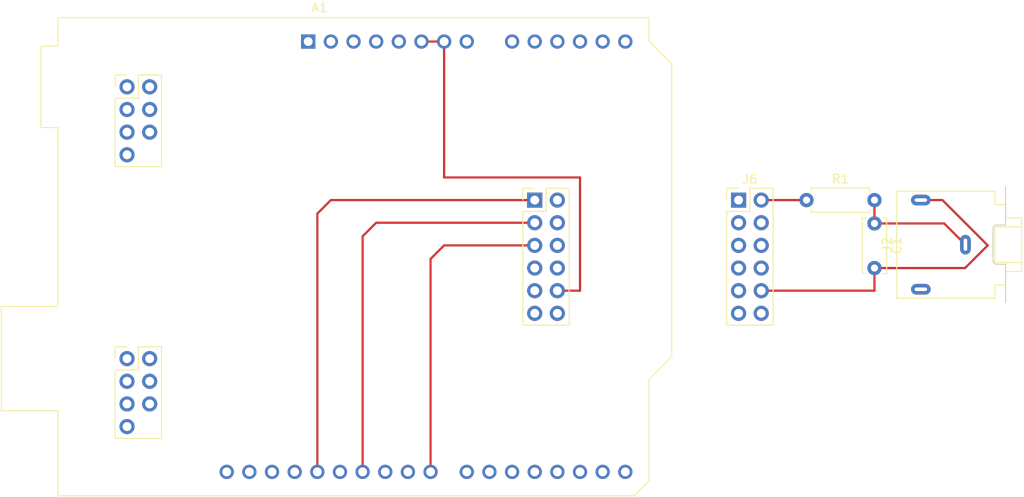
<source format=kicad_pcb>
(kicad_pcb (version 20221018) (generator pcbnew)
  (layers (0 "F.Cu" signal) (31 "B.Cu" signal) (34 "B.Paste" user) (35 "F.Paste" user) (36 "B.SilkS" user "B.Silkscreen") (37 "F.SilkS" user "F.Silkscreen") (38 "B.Mask" user) (39 "F.Mask" user) (44 "Edge.Cuts" user))
  (net 0 "")
  (net 4 "VCC")
  (net 6 "GND")
  (net 8 "GP_P2_UP")
  (net 9 "GP_P2_DOWN")
  (net 10 "GP_P2_LEFT")
  (net 11 "GP_P2_RIGHT")
  (net 12 "GP_P2_BUT_1")
  (net 13 "GP_P2_BUT_2")
  (net 16 "GP_P1_UP")
  (net 17 "GP_P1_DOWN")
  (net 18 "GP_P1_LEFT")
  (net 19 "GP_P1_RIGHT")
  (net 20 "GP_P1_BUT_1")
  (net 21 "GP_P1_BUT_2")
  (net 22 "PPU_VRAM_WEN")
  (net 25 "SPI_MOSI")
  (net 27 "SPI_CLK")
  (net 31 "Net-(C1-Pad1)")
  (net 45 "Net-(J6-Pin_7)")
  (footprint "Connector_PinHeader_2.54mm:PinHeader_2x06_P2.54mm_Vertical" (layer "F.Cu") (at 76.2 35.56)
    (fp_text reference "J1" hide)
    (fp_text value "BASYS_JA")
    (fp_line (start -1.33 -1.33) (end 0 -1.33) (stroke (width 0.12)) (layer "F.SilkS"))
    (fp_line (start -1.33 0) (end -1.33 -1.33) (stroke (width 0.12)) (layer "F.SilkS"))
    (fp_line (start -1.33 1.27) (end -1.33 14.03) (stroke (width 0.12)) (layer "F.SilkS"))
    (fp_line (start -1.33 1.27) (end 1.27 1.27) (stroke (width 0.12)) (layer "F.SilkS"))
    (fp_line (start -1.33 14.03) (end 3.87 14.03) (stroke (width 0.12)) (layer "F.SilkS"))
    (fp_line (start 1.27 -1.33) (end 3.87 -1.33) (stroke (width 0.12)) (layer "F.SilkS"))
    (fp_line (start 1.27 1.27) (end 1.27 -1.33) (stroke (width 0.12)) (layer "F.SilkS"))
    (fp_line (start 3.87 -1.33) (end 3.87 14.03) (stroke (width 0.12)) (layer "F.SilkS"))
    (pad "1" thru_hole rect (at 0 0) (size 1.7 1.7) (drill 1) (layers "*.Cu" "*.Mask") (net 27 "SPI_CLK"))
    (pad "2" thru_hole oval (at 0 2.54) (size 1.7 1.7) (drill 1) (layers "*.Cu" "*.Mask") (net 25 "SPI_MOSI"))
    (pad "3" thru_hole oval (at 0 5.08) (size 1.7 1.7) (drill 1) (layers "*.Cu" "*.Mask") (net 22 "PPU_VRAM_WEN"))
    (pad "4" thru_hole oval (at 0 7.62) (size 1.7 1.7) (drill 1) (layers "*.Cu" "*.Mask"))
    (pad "5" thru_hole oval (at 0 10.16) (size 1.7 1.7) (drill 1) (layers "*.Cu" "*.Mask"))
    (pad "6" thru_hole oval (at 0 12.7) (size 1.7 1.7) (drill 1) (layers "*.Cu" "*.Mask"))
    (pad "7" thru_hole oval (at 2.54 0) (size 1.7 1.7) (drill 1) (layers "*.Cu" "*.Mask"))
    (pad "8" thru_hole oval (at 2.54 2.54) (size 1.7 1.7) (drill 1) (layers "*.Cu" "*.Mask"))
    (pad "9" thru_hole oval (at 2.54 5.08) (size 1.7 1.7) (drill 1) (layers "*.Cu" "*.Mask"))
    (pad "10" thru_hole oval (at 2.54 7.62) (size 1.7 1.7) (drill 1) (layers "*.Cu" "*.Mask"))
    (pad "11" thru_hole oval (at 2.54 10.16) (size 1.7 1.7) (drill 1) (layers "*.Cu" "*.Mask") (net 6 "GND"))
    (pad "12" thru_hole oval (at 2.54 12.7) (size 1.7 1.7) (drill 1) (layers "*.Cu" "*.Mask"))
  )
  (footprint "Module:Arduino_UNO_R3" (layer "F.Cu") (at 50.8 17.78)
    (fp_text reference "A1" (at 1.27 -3.81 180) (layer "F.SilkS"))
    (fp_text value "STM32F091RC" hide)
    (fp_line (start -34.42 29.72) (end -34.42 41.4) (stroke (width 0.12)) (layer "F.SilkS"))
    (fp_line (start -34.42 41.4) (end -28.07 41.4) (stroke (width 0.12)) (layer "F.SilkS"))
    (fp_line (start -29.97 0.51) (end -29.97 9.65) (stroke (width 0.12)) (layer "F.SilkS"))
    (fp_line (start -29.97 9.65) (end -28.07 9.65) (stroke (width 0.12)) (layer "F.SilkS"))
    (fp_line (start -28.07 -2.67) (end -28.07 0.51) (stroke (width 0.12)) (layer "F.SilkS"))
    (fp_line (start -28.07 0.51) (end -29.97 0.51) (stroke (width 0.12)) (layer "F.SilkS"))
    (fp_line (start -28.07 9.65) (end -28.07 29.72) (stroke (width 0.12)) (layer "F.SilkS"))
    (fp_line (start -28.07 29.72) (end -34.42 29.72) (stroke (width 0.12)) (layer "F.SilkS"))
    (fp_line (start -28.07 41.4) (end -28.07 50.93) (stroke (width 0.12)) (layer "F.SilkS"))
    (fp_line (start -28.07 50.93) (end 36.58 50.93) (stroke (width 0.12)) (layer "F.SilkS"))
    (fp_line (start 36.58 50.93) (end 38.23 49.28) (stroke (width 0.12)) (layer "F.SilkS"))
    (fp_line (start 38.23 -2.67) (end -28.07 -2.67) (stroke (width 0.12)) (layer "F.SilkS"))
    (fp_line (start 38.23 0) (end 38.23 -2.67) (stroke (width 0.12)) (layer "F.SilkS"))
    (fp_line (start 38.23 37.85) (end 40.77 35.31) (stroke (width 0.12)) (layer "F.SilkS"))
    (fp_line (start 38.23 49.28) (end 38.23 37.85) (stroke (width 0.12)) (layer "F.SilkS"))
    (fp_line (start 40.77 2.54) (end 38.23 0) (stroke (width 0.12)) (layer "F.SilkS"))
    (fp_line (start 40.77 35.31) (end 40.77 2.54) (stroke (width 0.12)) (layer "F.SilkS"))
    (pad "1" thru_hole rect (at 0 0 90) (size 1.6 1.6) (drill 1) (layers "*.Cu" "*.Mask"))
    (pad "2" thru_hole oval (at 2.54 0 90) (size 1.6 1.6) (drill 1) (layers "*.Cu" "*.Mask"))
    (pad "3" thru_hole oval (at 5.08 0 90) (size 1.6 1.6) (drill 1) (layers "*.Cu" "*.Mask"))
    (pad "4" thru_hole oval (at 7.62 0 90) (size 1.6 1.6) (drill 1) (layers "*.Cu" "*.Mask") (net 4 "VCC"))
    (pad "5" thru_hole oval (at 10.16 0 90) (size 1.6 1.6) (drill 1) (layers "*.Cu" "*.Mask"))
    (pad "6" thru_hole oval (at 12.7 0 90) (size 1.6 1.6) (drill 1) (layers "*.Cu" "*.Mask") (net 6 "GND"))
    (pad "7" thru_hole oval (at 15.24 0 90) (size 1.6 1.6) (drill 1) (layers "*.Cu" "*.Mask") (net 6 "GND"))
    (pad "8" thru_hole oval (at 17.78 0 90) (size 1.6 1.6) (drill 1) (layers "*.Cu" "*.Mask"))
    (pad "9" thru_hole oval (at 22.86 0 90) (size 1.6 1.6) (drill 1) (layers "*.Cu" "*.Mask") (net 8 "GP_P2_UP"))
    (pad "10" thru_hole oval (at 25.4 0 90) (size 1.6 1.6) (drill 1) (layers "*.Cu" "*.Mask") (net 9 "GP_P2_DOWN"))
    (pad "11" thru_hole oval (at 27.94 0 90) (size 1.6 1.6) (drill 1) (layers "*.Cu" "*.Mask") (net 10 "GP_P2_LEFT"))
    (pad "12" thru_hole oval (at 30.48 0 90) (size 1.6 1.6) (drill 1) (layers "*.Cu" "*.Mask") (net 11 "GP_P2_RIGHT"))
    (pad "13" thru_hole oval (at 33.02 0 90) (size 1.6 1.6) (drill 1) (layers "*.Cu" "*.Mask") (net 12 "GP_P2_BUT_1"))
    (pad "14" thru_hole oval (at 35.56 0 90) (size 1.6 1.6) (drill 1) (layers "*.Cu" "*.Mask") (net 13 "GP_P2_BUT_2"))
    (pad "15" thru_hole oval (at 35.56 48.26 90) (size 1.6 1.6) (drill 1) (layers "*.Cu" "*.Mask"))
    (pad "16" thru_hole oval (at 33.02 48.26 90) (size 1.6 1.6) (drill 1) (layers "*.Cu" "*.Mask"))
    (pad "17" thru_hole oval (at 30.48 48.26 90) (size 1.6 1.6) (drill 1) (layers "*.Cu" "*.Mask") (net 16 "GP_P1_UP"))
    (pad "18" thru_hole oval (at 27.94 48.26 90) (size 1.6 1.6) (drill 1) (layers "*.Cu" "*.Mask") (net 17 "GP_P1_DOWN"))
    (pad "19" thru_hole oval (at 25.4 48.26 90) (size 1.6 1.6) (drill 1) (layers "*.Cu" "*.Mask") (net 18 "GP_P1_LEFT"))
    (pad "20" thru_hole oval (at 22.86 48.26 90) (size 1.6 1.6) (drill 1) (layers "*.Cu" "*.Mask") (net 19 "GP_P1_RIGHT"))
    (pad "21" thru_hole oval (at 20.32 48.26 90) (size 1.6 1.6) (drill 1) (layers "*.Cu" "*.Mask") (net 20 "GP_P1_BUT_1"))
    (pad "22" thru_hole oval (at 17.78 48.26 90) (size 1.6 1.6) (drill 1) (layers "*.Cu" "*.Mask") (net 21 "GP_P1_BUT_2"))
    (pad "23" thru_hole oval (at 13.72 48.26 90) (size 1.6 1.6) (drill 1) (layers "*.Cu" "*.Mask") (net 22 "PPU_VRAM_WEN"))
    (pad "24" thru_hole oval (at 11.18 48.26 90) (size 1.6 1.6) (drill 1) (layers "*.Cu" "*.Mask"))
    (pad "25" thru_hole oval (at 8.64 48.26 90) (size 1.6 1.6) (drill 1) (layers "*.Cu" "*.Mask"))
    (pad "26" thru_hole oval (at 6.1 48.26 90) (size 1.6 1.6) (drill 1) (layers "*.Cu" "*.Mask") (net 25 "SPI_MOSI"))
    (pad "27" thru_hole oval (at 3.56 48.26 90) (size 1.6 1.6) (drill 1) (layers "*.Cu" "*.Mask"))
    (pad "28" thru_hole oval (at 1.02 48.26 90) (size 1.6 1.6) (drill 1) (layers "*.Cu" "*.Mask") (net 27 "SPI_CLK"))
    (pad "29" thru_hole oval (at -1.52 48.26 90) (size 1.6 1.6) (drill 1) (layers "*.Cu" "*.Mask") (net 6 "GND"))
    (pad "30" thru_hole oval (at -4.06 48.26 90) (size 1.6 1.6) (drill 1) (layers "*.Cu" "*.Mask"))
    (pad "31" thru_hole oval (at -6.6 48.26 90) (size 1.6 1.6) (drill 1) (layers "*.Cu" "*.Mask"))
    (pad "32" thru_hole oval (at -9.14 48.26 90) (size 1.6 1.6) (drill 1) (layers "*.Cu" "*.Mask"))
  )
  (footprint "Connector_PinHeader_2.54mm:PinHeader_2x04_P2.54mm_Vertical" (layer "F.Cu") (at 30.48 22.86)
    (fp_text reference "J8" hide)
    (fp_text value "GAMEPAD_2")
    (fp_line (start -1.33 -1.33) (end 0 -1.33) (stroke (width 0.12)) (layer "F.SilkS"))
    (fp_line (start -1.33 0) (end -1.33 -1.33) (stroke (width 0.12)) (layer "F.SilkS"))
    (fp_line (start -1.33 1.27) (end -1.33 8.95) (stroke (width 0.12)) (layer "F.SilkS"))
    (fp_line (start -1.33 1.27) (end 1.27 1.27) (stroke (width 0.12)) (layer "F.SilkS"))
    (fp_line (start -1.33 8.95) (end 3.87 8.95) (stroke (width 0.12)) (layer "F.SilkS"))
    (fp_line (start 1.27 -1.33) (end 3.87 -1.33) (stroke (width 0.12)) (layer "F.SilkS"))
    (fp_line (start 1.27 1.27) (end 1.27 -1.33) (stroke (width 0.12)) (layer "F.SilkS"))
    (fp_line (start 3.87 -1.33) (end 3.87 8.95) (stroke (width 0.12)) (layer "F.SilkS"))
    (pad "1" thru_hole circle (at 0 0) (size 1.7 1.7) (drill 1) (layers "*.Cu" "*.Mask") (net 8 "GP_P2_UP"))
    (pad "2" thru_hole oval (at 0 2.54) (size 1.7 1.7) (drill 1) (layers "*.Cu" "*.Mask") (net 9 "GP_P2_DOWN"))
    (pad "3" thru_hole oval (at 0 5.08) (size 1.7 1.7) (drill 1) (layers "*.Cu" "*.Mask") (net 10 "GP_P2_LEFT"))
    (pad "4" thru_hole oval (at 0 7.62) (size 1.7 1.7) (drill 1) (layers "*.Cu" "*.Mask") (net 4 "VCC"))
    (pad "5" thru_hole oval (at 2.54 0) (size 1.7 1.7) (drill 1) (layers "*.Cu" "*.Mask") (net 11 "GP_P2_RIGHT"))
    (pad "6" thru_hole oval (at 2.54 2.54) (size 1.7 1.7) (drill 1) (layers "*.Cu" "*.Mask") (net 12 "GP_P2_BUT_1"))
    (pad "7" thru_hole oval (at 2.54 5.08) (size 1.7 1.7) (drill 1) (layers "*.Cu" "*.Mask") (net 13 "GP_P2_BUT_2"))
  )
  (footprint "Connector_Audio:Jack_3.5mm_CUI_SJ1-3523N_Horizontal" (layer "F.Cu") (at 124.5 40.56 90)
    (fp_text reference "J2" (at 0 -8.8 90) (layer "F.SilkS"))
    (fp_text value "AudioJack2")
    (fp_line (start -6 -7.7) (end 6 -7.7) (stroke (width 0.12)) (layer "F.SilkS"))
    (fp_line (start -6 3.3) (end -6 -7.7) (stroke (width 0.12)) (layer "F.SilkS"))
    (fp_line (start -4.5 3.3) (end -6 3.3) (stroke (width 0.12)) (layer "F.SilkS"))
    (fp_line (start -4.5 4.5) (end -4.5 3.3) (stroke (width 0.12)) (layer "F.SilkS"))
    (fp_line (start -3 4.5) (end -4.5 4.5) (stroke (width 0.12)) (layer "F.SilkS"))
    (fp_line (start -3 6.3) (end -3 4.5) (stroke (width 0.12)) (layer "F.SilkS"))
    (fp_line (start -2 3.3) (end -2 6.3) (stroke (width 0.12)) (layer "F.SilkS"))
    (fp_line (start 2 3.3) (end -2 3.3) (stroke (width 0.12)) (layer "F.SilkS"))
    (fp_line (start 2 6.3) (end 2 3.3) (stroke (width 0.12)) (layer "F.SilkS"))
    (fp_line (start 3 4.5) (end 3 6.3) (stroke (width 0.12)) (layer "F.SilkS"))
    (fp_line (start 3 6.3) (end -3 6.3) (stroke (width 0.12)) (layer "F.SilkS"))
    (fp_line (start 4.5 3.3) (end 4.5 4.5) (stroke (width 0.12)) (layer "F.SilkS"))
    (fp_line (start 4.5 4.5) (end 3 4.5) (stroke (width 0.12)) (layer "F.SilkS"))
    (fp_line (start 6 -7.7) (end 6 3.3) (stroke (width 0.12)) (layer "F.SilkS"))
    (fp_line (start 6 3.3) (end 4.5 3.3) (stroke (width 0.12)) (layer "F.SilkS"))
    (fp_line (start -2.2 3.5) (end -2.2 4.5) (stroke (width 0.12)) (layer "Edge.Cuts"))
    (fp_line (start -2.2 4.5) (end -6.5 4.5) (stroke (width 0.12)) (layer "Edge.Cuts"))
    (fp_line (start 1.8 3.1) (end -1.8 3.1) (stroke (width 0.12)) (layer "Edge.Cuts"))
    (fp_line (start 2.2 3.5) (end 2.2 4.5) (stroke (width 0.12)) (layer "Edge.Cuts"))
    (fp_line (start 2.2 4.5) (end 6.5 4.5) (stroke (width 0.12)) (layer "Edge.Cuts"))
    (fp_arc (start -2.2 3.5) (mid -2.082842 3.217158) (end -1.8 3.1) (stroke (width 0.12)) (layer "Edge.Cuts"))
    (fp_arc (start 1.8 3.1) (mid 2.082843 3.217157) (end 2.2 3.5) (stroke (width 0.12)) (layer "Edge.Cuts"))
    (pad "" np_thru_hole circle (at -5 0 90) (size 1.2 1.2) (drill 1.2) (layers "*.Cu"))
    (pad "" np_thru_hole circle (at -5 2.5 90) (size 1.2 1.2) (drill 1.2) (layers "*.Cu"))
    (pad "" np_thru_hole circle (at 0 -5 90) (size 1.2 1.2) (drill 1.2) (layers "*.Cu"))
    (pad "" np_thru_hole circle (at 5 0 90) (size 1.2 1.2) (drill 1.2) (layers "*.Cu"))
    (pad "" np_thru_hole circle (at 5 2.5 90) (size 1.2 1.2) (drill 1.2) (layers "*.Cu"))
    (pad "R" thru_hole oval (at -5 -5 90) (size 1.2 2.2) (drill oval 0.4 1.4) (layers "*.Cu" "*.Mask"))
    (pad "S" thru_hole oval (at 0 0 90) (size 2.2 1.2) (drill oval 1.4 0.4) (layers "*.Cu" "*.Mask") (net 31 "Net-(C1-Pad1)"))
    (pad "T" thru_hole oval (at 5 -5 270) (size 1.2 2.2) (drill oval 0.4 1.4) (layers "*.Cu" "*.Mask") (net 6 "GND"))
  )
  (footprint "Resistor_THT:R_Axial_DIN0207_L6.3mm_D2.5mm_P7.62mm_Horizontal" (layer "F.Cu") (at 106.68 35.56)
    (fp_text reference "R1" (at 3.81 -2.37) (layer "F.SilkS"))
    (fp_text value "R")
    (fp_line (start 0.54 -1.37) (end 7.08 -1.37) (stroke (width 0.12)) (layer "F.SilkS"))
    (fp_line (start 0.54 -1.04) (end 0.54 -1.37) (stroke (width 0.12)) (layer "F.SilkS"))
    (fp_line (start 0.54 1.04) (end 0.54 1.37) (stroke (width 0.12)) (layer "F.SilkS"))
    (fp_line (start 0.54 1.37) (end 7.08 1.37) (stroke (width 0.12)) (layer "F.SilkS"))
    (fp_line (start 7.08 -1.37) (end 7.08 -1.04) (stroke (width 0.12)) (layer "F.SilkS"))
    (fp_line (start 7.08 1.37) (end 7.08 1.04) (stroke (width 0.12)) (layer "F.SilkS"))
    (pad "1" thru_hole circle (at 0 0) (size 1.6 1.6) (drill 0.8) (layers "*.Cu" "*.Mask") (net 45 "Net-(J6-Pin_7)"))
    (pad "2" thru_hole oval (at 7.62 0) (size 1.6 1.6) (drill 0.8) (layers "*.Cu" "*.Mask") (net 31 "Net-(C1-Pad1)"))
  )
  (footprint "Capacitor_THT:C_Disc_D6.0mm_W2.5mm_P5.00mm" (layer "F.Cu") (at 114.3 38.18 -90)
    (fp_text reference "C1" (at 2.5 -2.5 90) (layer "F.SilkS"))
    (fp_text value "C")
    (fp_line (start -0.62 -1.37) (end -0.62 -0.925) (stroke (width 0.12)) (layer "F.SilkS"))
    (fp_line (start -0.62 -1.37) (end 5.62 -1.37) (stroke (width 0.12)) (layer "F.SilkS"))
    (fp_line (start -0.62 0.925) (end -0.62 1.37) (stroke (width 0.12)) (layer "F.SilkS"))
    (fp_line (start -0.62 1.37) (end 5.62 1.37) (stroke (width 0.12)) (layer "F.SilkS"))
    (fp_line (start 5.62 -1.37) (end 5.62 -0.925) (stroke (width 0.12)) (layer "F.SilkS"))
    (fp_line (start 5.62 0.925) (end 5.62 1.37) (stroke (width 0.12)) (layer "F.SilkS"))
    (pad "1" thru_hole circle (at 0 0 270) (size 1.6 1.6) (drill 0.8) (layers "*.Cu" "*.Mask") (net 31 "Net-(C1-Pad1)"))
    (pad "2" thru_hole circle (at 5 0 270) (size 1.6 1.6) (drill 0.8) (layers "*.Cu" "*.Mask") (net 6 "GND"))
  )
  (footprint "Connector_PinHeader_2.54mm:PinHeader_2x06_P2.54mm_Vertical" (layer "F.Cu") (at 99.06 35.56)
    (fp_text reference "J6" (at 1.27 -2.33) (layer "F.SilkS"))
    (fp_text value "BASYS_JB")
    (fp_line (start -1.33 -1.33) (end 0 -1.33) (stroke (width 0.12)) (layer "F.SilkS"))
    (fp_line (start -1.33 0) (end -1.33 -1.33) (stroke (width 0.12)) (layer "F.SilkS"))
    (fp_line (start -1.33 1.27) (end -1.33 14.03) (stroke (width 0.12)) (layer "F.SilkS"))
    (fp_line (start -1.33 1.27) (end 1.27 1.27) (stroke (width 0.12)) (layer "F.SilkS"))
    (fp_line (start -1.33 14.03) (end 3.87 14.03) (stroke (width 0.12)) (layer "F.SilkS"))
    (fp_line (start 1.27 -1.33) (end 3.87 -1.33) (stroke (width 0.12)) (layer "F.SilkS"))
    (fp_line (start 1.27 1.27) (end 1.27 -1.33) (stroke (width 0.12)) (layer "F.SilkS"))
    (fp_line (start 3.87 -1.33) (end 3.87 14.03) (stroke (width 0.12)) (layer "F.SilkS"))
    (pad "1" thru_hole rect (at 0 0) (size 1.7 1.7) (drill 1) (layers "*.Cu" "*.Mask"))
    (pad "2" thru_hole oval (at 0 2.54) (size 1.7 1.7) (drill 1) (layers "*.Cu" "*.Mask"))
    (pad "3" thru_hole oval (at 0 5.08) (size 1.7 1.7) (drill 1) (layers "*.Cu" "*.Mask"))
    (pad "4" thru_hole oval (at 0 7.62) (size 1.7 1.7) (drill 1) (layers "*.Cu" "*.Mask"))
    (pad "5" thru_hole oval (at 0 10.16) (size 1.7 1.7) (drill 1) (layers "*.Cu" "*.Mask"))
    (pad "6" thru_hole oval (at 0 12.7) (size 1.7 1.7) (drill 1) (layers "*.Cu" "*.Mask"))
    (pad "7" thru_hole oval (at 2.54 0) (size 1.7 1.7) (drill 1) (layers "*.Cu" "*.Mask") (net 45 "Net-(J6-Pin_7)"))
    (pad "8" thru_hole oval (at 2.54 2.54) (size 1.7 1.7) (drill 1) (layers "*.Cu" "*.Mask"))
    (pad "9" thru_hole oval (at 2.54 5.08) (size 1.7 1.7) (drill 1) (layers "*.Cu" "*.Mask"))
    (pad "10" thru_hole oval (at 2.54 7.62) (size 1.7 1.7) (drill 1) (layers "*.Cu" "*.Mask"))
    (pad "11" thru_hole oval (at 2.54 10.16) (size 1.7 1.7) (drill 1) (layers "*.Cu" "*.Mask") (net 6 "GND"))
    (pad "12" thru_hole oval (at 2.54 12.7) (size 1.7 1.7) (drill 1) (layers "*.Cu" "*.Mask"))
  )
  (footprint "Connector_PinHeader_2.54mm:PinHeader_2x04_P2.54mm_Vertical" (layer "F.Cu") (at 30.48 53.34)
    (fp_text reference "J7" hide)
    (fp_text value "GAMEPAD_1")
    (fp_line (start -1.33 -1.33) (end 0 -1.33) (stroke (width 0.12)) (layer "F.SilkS"))
    (fp_line (start -1.33 0) (end -1.33 -1.33) (stroke (width 0.12)) (layer "F.SilkS"))
    (fp_line (start -1.33 1.27) (end -1.33 8.95) (stroke (width 0.12)) (layer "F.SilkS"))
    (fp_line (start -1.33 1.27) (end 1.27 1.27) (stroke (width 0.12)) (layer "F.SilkS"))
    (fp_line (start -1.33 8.95) (end 3.87 8.95) (stroke (width 0.12)) (layer "F.SilkS"))
    (fp_line (start 1.27 -1.33) (end 3.87 -1.33) (stroke (width 0.12)) (layer "F.SilkS"))
    (fp_line (start 1.27 1.27) (end 1.27 -1.33) (stroke (width 0.12)) (layer "F.SilkS"))
    (fp_line (start 3.87 -1.33) (end 3.87 8.95) (stroke (width 0.12)) (layer "F.SilkS"))
    (pad "1" thru_hole circle (at 0 0) (size 1.7 1.7) (drill 1) (layers "*.Cu" "*.Mask") (net 16 "GP_P1_UP"))
    (pad "2" thru_hole oval (at 0 2.54) (size 1.7 1.7) (drill 1) (layers "*.Cu" "*.Mask") (net 17 "GP_P1_DOWN"))
    (pad "3" thru_hole oval (at 0 5.08) (size 1.7 1.7) (drill 1) (layers "*.Cu" "*.Mask") (net 18 "GP_P1_LEFT"))
    (pad "4" thru_hole oval (at 0 7.62) (size 1.7 1.7) (drill 1) (layers "*.Cu" "*.Mask") (net 4 "VCC"))
    (pad "5" thru_hole oval (at 2.54 0) (size 1.7 1.7) (drill 1) (layers "*.Cu" "*.Mask") (net 19 "GP_P1_RIGHT"))
    (pad "6" thru_hole oval (at 2.54 2.54) (size 1.7 1.7) (drill 1) (layers "*.Cu" "*.Mask") (net 20 "GP_P1_BUT_1"))
    (pad "7" thru_hole oval (at 2.54 5.08) (size 1.7 1.7) (drill 1) (layers "*.Cu" "*.Mask") (net 21 "GP_P1_BUT_2"))
  )
  (segment (start 127 40.64) (end 124.46 43.18) (width 0.25) (layer "F.Cu") (net 6))
  (segment (start 81.28 45.72) (end 81.28 33.02) (width 0.25) (layer "F.Cu") (net 6))
  (segment (start 66.04 17.78) (end 63.5 17.78) (width 0.25) (layer "F.Cu") (net 6))
  (segment (start 78.74 45.72) (end 81.28 45.72) (width 0.25) (layer "F.Cu") (net 6))
  (segment (start 121.92 35.56) (end 127 40.64) (width 0.25) (layer "F.Cu") (net 6))
  (segment (start 124.46 43.18) (end 114.3 43.18) (width 0.25) (layer "F.Cu") (net 6))
  (segment (start 81.28 33.02) (end 66.04 33.02) (width 0.25) (layer "F.Cu") (net 6))
  (segment (start 119.5 35.56) (end 121.92 35.56) (width 0.25) (layer "F.Cu") (net 6))
  (segment (start 114.3 43.18) (end 114.3 45.72) (width 0.25) (layer "F.Cu") (net 6))
  (segment (start 66.04 33.02) (end 66.04 17.78) (width 0.25) (layer "F.Cu") (net 6))
  (segment (start 114.3 45.72) (end 101.6 45.72) (width 0.25) (layer "F.Cu") (net 6))
  (segment (start 66.04 40.64) (end 76.2 40.64) (width 0.25) (layer "F.Cu") (net 22))
  (segment (start 64.52 66.04) (end 64.52 42.16) (width 0.25) (layer "F.Cu") (net 22))
  (segment (start 64.52 42.16) (end 66.04 40.64) (width 0.25) (layer "F.Cu") (net 22))
  (segment (start 56.9 39.62) (end 56.9 66.04) (width 0.25) (layer "F.Cu") (net 25))
  (segment (start 58.42 38.1) (end 56.9 39.62) (width 0.25) (layer "F.Cu") (net 25))
  (segment (start 76.2 38.1) (end 58.42 38.1) (width 0.25) (layer "F.Cu") (net 25))
  (segment (start 53.34 35.56) (end 51.82 37.08) (width 0.25) (layer "F.Cu") (net 27))
  (segment (start 51.82 37.08) (end 51.82 66.04) (width 0.25) (layer "F.Cu") (net 27))
  (segment (start 76.2 35.56) (end 53.34 35.56) (width 0.25) (layer "F.Cu") (net 27))
  (segment (start 114.3 35.56) (end 114.3 38.18) (width 0.25) (layer "F.Cu") (net 31))
  (segment (start 122.12 38.18) (end 124.5 40.56) (width 0.25) (layer "F.Cu") (net 31))
  (segment (start 114.3 38.18) (end 122.12 38.18) (width 0.25) (layer "F.Cu") (net 31))
  (segment (start 101.6 35.56) (end 106.68 35.56) (width 0.25) (layer "F.Cu") (net 45))
)
</source>
